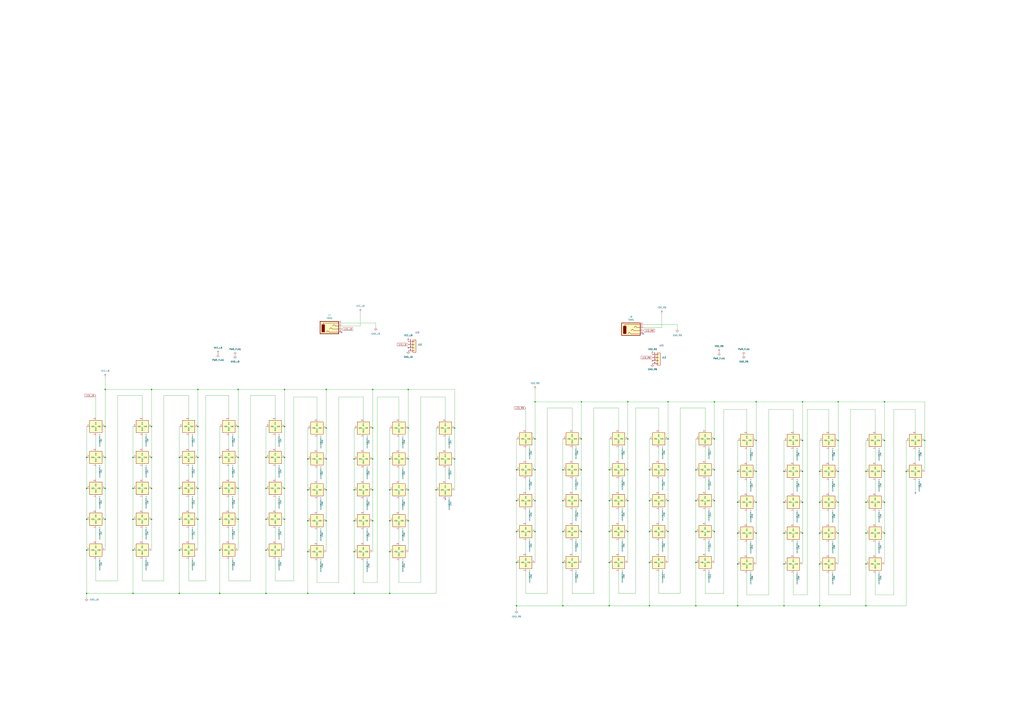
<source format=kicad_sch>
(kicad_sch (version 20250114) (generator "eeschema") (generator_version "9.0")
  (paper "A1")
  (text "LED" (at 543.1926 284.1962 0) (effects (font (size 1.27 1.27))))
  (text "LED" (at 342.646 273.558 0) (effects (font (size 1.27 1.27))))
  (junction (at 477.52 386.08))
  (junction (at 688.34 387.35))
  (junction (at 548.64 411.48))
  (junction (at 643.89 412.75))
  (junction (at 86.36 401.32))
  (junction (at 643.89 387.35))
  (junction (at 147.32 401.32))
  (junction (at 744.22 387.35))
  (junction (at 162.56 401.32))
  (junction (at 586.74 386.08))
  (junction (at 439.42 360.68))
  (junction (at 267.97 320.04))
  (junction (at 424.18 462.28))
  (junction (at 180.34 375.92))
  (junction (at 711.2 463.55))
  (junction (at 643.89 497.84))
  (junction (at 477.52 411.48))
  (junction (at 335.28 320.04))
  (junction (at 71.12 452.12))
  (junction (at 424.18 411.48))
  (junction (at 439.42 386.08))
  (junction (at 605.79 438.15))
  (junction (at 124.46 401.32))
  (junction (at 711.2 412.75))
  (junction (at 726.44 387.35))
  (junction (at 162.56 350.52))
  (junction (at 373.38 351.79))
  (junction (at 688.34 330.2))
  (junction (at 711.2 497.84))
  (junction (at 673.1 412.75))
  (junction (at 500.38 436.88))
  (junction (at 643.89 463.55))
  (junction (at 548.64 436.88))
  (junction (at 109.22 426.72))
  (junction (at 462.28 436.88))
  (junction (at 477.52 360.68))
  (junction (at 195.58 320.04))
  (junction (at 477.52 436.88))
  (junction (at 306.07 402.59))
  (junction (at 306.07 427.99))
  (junction (at 439.42 436.88))
  (junction (at 306.07 377.19))
  (junction (at 533.4 411.48))
  (junction (at 306.07 351.79))
  (junction (at 162.56 320.04))
  (junction (at 711.2 387.35))
  (junction (at 621.03 438.15))
  (junction (at 109.22 375.92))
  (junction (at 218.44 426.72))
  (junction (at 162.56 426.72))
  (junction (at 233.68 350.52))
  (junction (at 688.34 412.75))
  (junction (at 320.04 487.68))
  (junction (at 586.74 360.68))
  (junction (at 233.68 320.04))
  (junction (at 147.32 426.72))
  (junction (at 147.32 452.12))
  (junction (at 252.73 487.68))
  (junction (at 424.18 497.84))
  (junction (at 515.62 411.48))
  (junction (at 533.4 497.84))
  (junction (at 515.62 436.88))
  (junction (at 548.64 360.68))
  (junction (at 659.13 330.2))
  (junction (at 335.28 351.79))
  (junction (at 659.13 387.35))
  (junction (at 233.68 426.72))
  (junction (at 571.5 497.84))
  (junction (at 688.34 361.95))
  (junction (at 688.34 438.15))
  (junction (at 233.68 375.92))
  (junction (at 462.28 411.48))
  (junction (at 515.62 386.08))
  (junction (at 621.03 361.95))
  (junction (at 71.12 375.92))
  (junction (at 147.32 487.68))
  (junction (at 726.44 361.95))
  (junction (at 548.64 386.08))
  (junction (at 571.5 462.28))
  (junction (at 124.46 426.72))
  (junction (at 358.14 377.19))
  (junction (at 726.44 412.75))
  (junction (at 673.1 438.15))
  (junction (at 621.03 412.75))
  (junction (at 571.5 386.08))
  (junction (at 233.68 401.32))
  (junction (at 109.22 487.68))
  (junction (at 424.18 436.88))
  (junction (at 195.58 401.32))
  (junction (at 290.83 453.39))
  (junction (at 320.04 453.39))
  (junction (at 515.62 330.2))
  (junction (at 373.38 377.19))
  (junction (at 109.22 452.12))
  (junction (at 86.36 426.72))
  (junction (at 86.36 320.04))
  (junction (at 439.42 411.48))
  (junction (at 533.4 462.28))
  (junction (at 71.12 487.68))
  (junction (at 147.32 375.92))
  (junction (at 252.73 427.99))
  (junction (at 252.73 453.39))
  (junction (at 586.74 411.48))
  (junction (at 358.14 402.59))
  (junction (at 290.83 402.59))
  (junction (at 477.52 330.2))
  (junction (at 267.97 377.19))
  (junction (at 124.46 320.04))
  (junction (at 124.46 350.52))
  (junction (at 320.04 427.99))
  (junction (at 320.04 402.59))
  (junction (at 218.44 401.32))
  (junction (at 335.28 402.59))
  (junction (at 71.12 426.72))
  (junction (at 290.83 377.19))
  (junction (at 500.38 497.84))
  (junction (at 180.34 426.72))
  (junction (at 267.97 402.59))
  (junction (at 500.38 462.28))
  (junction (at 195.58 426.72))
  (junction (at 548.64 330.2))
  (junction (at 726.44 438.15))
  (junction (at 218.44 375.92))
  (junction (at 71.12 401.32))
  (junction (at 605.79 497.84))
  (junction (at 267.97 427.99))
  (junction (at 659.13 412.75))
  (junction (at 335.28 427.99))
  (junction (at 643.89 438.15))
  (junction (at 605.79 412.75))
  (junction (at 500.38 386.08))
  (junction (at 252.73 402.59))
  (junction (at 571.5 436.88))
  (junction (at 180.34 452.12))
  (junction (at 759.46 361.95))
  (junction (at 109.22 401.32))
  (junction (at 180.34 401.32))
  (junction (at 124.46 375.92))
  (junction (at 335.28 377.19))
  (junction (at 533.4 386.08))
  (junction (at 86.36 375.92))
  (junction (at 605.79 387.35))
  (junction (at 726.44 330.2))
  (junction (at 673.1 387.35))
  (junction (at 252.73 377.19))
  (junction (at 571.5 411.48))
  (junction (at 621.03 387.35))
  (junction (at 218.44 452.12))
  (junction (at 586.74 436.88))
  (junction (at 290.83 427.99))
  (junction (at 462.28 497.84))
  (junction (at 320.04 377.19))
  (junction (at 267.97 351.79))
  (junction (at 673.1 463.55))
  (junction (at 711.2 438.15))
  (junction (at 162.56 375.92))
  (junction (at 462.28 386.08))
  (junction (at 290.83 487.68))
  (junction (at 218.44 487.68))
  (junction (at 515.62 360.68))
  (junction (at 306.07 320.04))
  (junction (at 659.13 361.95))
  (junction (at 500.38 411.48))
  (junction (at 180.34 487.68))
  (junction (at 673.1 497.84))
  (junction (at 86.36 350.52))
  (junction (at 586.74 330.2))
  (junction (at 462.28 462.28))
  (junction (at 605.79 463.55))
  (junction (at 659.13 438.15))
  (junction (at 195.58 375.92))
  (junction (at 439.42 330.2))
  (junction (at 195.58 350.52))
  (junction (at 533.4 436.88))
  (junction (at 424.18 386.08))
  (junction (at 621.03 330.2))
  (no_connect (at 751.84 405.13))
  (no_connect (at 335.28 285.75))
  (no_connect (at 280.67 273.05))
  (no_connect (at 528.32 274.32))
  (no_connect (at 365.76 410.21))
  (no_connect (at 535.8266 296.3882))
  (wire (pts (xy 680.72 488.95) (xy 680.72 471.17)))
  (wire (pts (xy 548.64 330.2) (xy 548.64 360.68)))
  (wire (pts (xy 320.04 351.79) (xy 320.04 377.19)))
  (wire (pts (xy 571.5 386.08) (xy 571.5 411.48)))
  (wire (pts (xy 147.32 375.92) (xy 147.32 401.32)))
  (wire (pts (xy 718.82 336.55) (xy 718.82 354.33)))
  (wire (pts (xy 711.2 497.84) (xy 744.22 497.84)))
  (wire (pts (xy 718.82 488.95) (xy 718.82 471.17)))
  (wire (pts (xy 521.97 487.68) (xy 508 487.68)))
  (wire (pts (xy 290.83 487.68) (xy 252.73 487.68)))
  (wire (pts (xy 541.02 335.28) (xy 541.02 353.06)))
  (wire (pts (xy 726.44 330.2) (xy 726.44 361.95)))
  (wire (pts (xy 698.5 336.55) (xy 698.5 488.95)))
  (wire (pts (xy 424.18 497.84) (xy 424.18 501.65)))
  (wire (pts (xy 469.9 335.28) (xy 469.9 353.06)))
  (wire (pts (xy 556.26 266.7) (xy 556.26 270.51)))
  (wire (pts (xy 439.42 320.04) (xy 439.42 330.2)))
  (wire (pts (xy 86.36 426.72) (xy 86.36 401.32)))
  (wire (pts (xy 439.42 330.2) (xy 439.42 360.68)))
  (wire (pts (xy 233.68 320.04) (xy 267.97 320.04)))
  (wire (pts (xy 71.12 452.12) (xy 71.12 487.68)))
  (wire (pts (xy 673.1 387.35) (xy 673.1 412.75)))
  (wire (pts (xy 309.88 478.79) (xy 298.45 478.79)))
  (wire (pts (xy 335.28 453.39) (xy 335.28 427.99)))
  (wire (pts (xy 477.52 462.28) (xy 477.52 436.88)))
  (wire (pts (xy 124.46 426.72) (xy 124.46 401.32)))
  (wire (pts (xy 96.52 325.12) (xy 96.52 477.52)))
  (wire (pts (xy 168.91 325.12) (xy 168.91 477.52)))
  (wire (pts (xy 659.13 330.2) (xy 659.13 361.95)))
  (wire (pts (xy 605.79 438.15) (xy 605.79 463.55)))
  (wire (pts (xy 298.45 435.61) (xy 298.45 445.77)))
  (wire (pts (xy 688.34 438.15) (xy 688.34 412.75)))
  (wire (pts (xy 154.94 434.34) (xy 154.94 444.5)))
  (wire (pts (xy 154.94 477.52) (xy 154.94 459.74)))
  (wire (pts (xy 711.2 412.75) (xy 711.2 438.15)))
  (wire (pts (xy 659.13 463.55) (xy 659.13 438.15)))
  (wire (pts (xy 109.22 375.92) (xy 109.22 401.32)))
  (wire (pts (xy 586.74 386.08) (xy 586.74 411.48)))
  (wire (pts (xy 541.02 393.7) (xy 541.02 403.86)))
  (wire (pts (xy 124.46 452.12) (xy 124.46 426.72)))
  (wire (pts (xy 586.74 462.28) (xy 586.74 436.88)))
  (wire (pts (xy 439.42 360.68) (xy 439.42 386.08)))
  (wire (pts (xy 726.44 361.95) (xy 726.44 387.35)))
  (wire (pts (xy 96.52 477.52) (xy 78.74 477.52)))
  (wire (pts (xy 187.96 408.94) (xy 187.96 419.1)))
  (wire (pts (xy 365.76 384.81) (xy 365.76 394.97)))
  (wire (pts (xy 260.35 478.79) (xy 278.13 478.79)))
  (wire (pts (xy 726.44 438.15) (xy 726.44 412.75)))
  (wire (pts (xy 643.89 412.75) (xy 643.89 438.15)))
  (wire (pts (xy 759.46 361.95) (xy 759.46 387.35)))
  (wire (pts (xy 298.45 326.39) (xy 278.13 326.39)))
  (wire (pts (xy 613.41 488.95) (xy 631.19 488.95)))
  (wire (pts (xy 154.94 325.12) (xy 154.94 342.9)))
  (wire (pts (xy 508 419.1) (xy 508 429.26)))
  (wire (pts (xy 659.13 438.15) (xy 659.13 412.75)))
  (wire (pts (xy 290.83 377.19) (xy 290.83 402.59)))
  (wire (pts (xy 78.74 325.12) (xy 78.74 342.9)))
  (wire (pts (xy 195.58 375.92) (xy 195.58 401.32)))
  (wire (pts (xy 308.61 265.43) (xy 308.61 269.24)))
  (wire (pts (xy 751.84 394.97) (xy 751.84 405.13)))
  (wire (pts (xy 365.76 359.41) (xy 365.76 369.57)))
  (wire (pts (xy 508 393.7) (xy 508 403.86)))
  (wire (pts (xy 218.44 426.72) (xy 218.44 452.12)))
  (wire (pts (xy 533.4 386.08) (xy 533.4 411.48)))
  (wire (pts (xy 533.4 497.84) (xy 500.38 497.84)))
  (wire (pts (xy 508 487.68) (xy 508 469.9)))
  (wire (pts (xy 711.2 438.15) (xy 711.2 463.55)))
  (wire (pts (xy 168.91 477.52) (xy 154.94 477.52)))
  (wire (pts (xy 218.44 401.32) (xy 218.44 426.72)))
  (wire (pts (xy 373.38 377.19) (xy 373.38 402.59)))
  (wire (pts (xy 680.72 420.37) (xy 680.72 430.53)))
  (wire (pts (xy 500.38 386.08) (xy 500.38 411.48)))
  (wire (pts (xy 449.58 487.68) (xy 431.8 487.68)))
  (wire (pts (xy 594.36 487.68) (xy 579.12 487.68)))
  (wire (pts (xy 306.07 320.04) (xy 306.07 351.79)))
  (wire (pts (xy 469.9 368.3) (xy 469.9 378.46)))
  (wire (pts (xy 116.84 477.52) (xy 116.84 459.74)))
  (wire (pts (xy 718.82 369.57) (xy 718.82 379.73)))
  (wire (pts (xy 260.35 410.21) (xy 260.35 420.37)))
  (wire (pts (xy 613.41 445.77) (xy 613.41 455.93)))
  (wire (pts (xy 571.5 497.84) (xy 533.4 497.84)))
  (wire (pts (xy 586.74 330.2) (xy 586.74 360.68)))
  (wire (pts (xy 195.58 452.12) (xy 195.58 426.72)))
  (wire (pts (xy 327.66 478.79) (xy 327.66 461.01)))
  (wire (pts (xy 280.67 267.97) (xy 295.91 267.97)))
  (wire (pts (xy 306.07 427.99) (xy 306.07 402.59)))
  (wire (pts (xy 335.28 377.19) (xy 335.28 402.59)))
  (wire (pts (xy 373.38 351.79) (xy 373.38 377.19)))
  (wire (pts (xy 508 368.3) (xy 508 378.46)))
  (wire (pts (xy 533.4 360.68) (xy 533.4 386.08)))
  (wire (pts (xy 541.02 368.3) (xy 541.02 378.46)))
  (wire (pts (xy 86.36 350.52) (xy 86.36 375.92)))
  (wire (pts (xy 116.84 477.52) (xy 134.62 477.52)))
  (wire (pts (xy 365.76 326.39) (xy 345.44 326.39)))
  (wire (pts (xy 680.72 445.77) (xy 680.72 455.93)))
  (wire (pts (xy 579.12 335.28) (xy 579.12 353.06)))
  (wire (pts (xy 309.88 326.39) (xy 309.88 478.79)))
  (wire (pts (xy 358.14 377.19) (xy 358.14 402.59)))
  (wire (pts (xy 86.36 452.12) (xy 86.36 426.72)))
  (wire (pts (xy 124.46 350.52) (xy 124.46 375.92)))
  (wire (pts (xy 306.07 453.39) (xy 306.07 427.99)))
  (wire (pts (xy 327.66 326.39) (xy 309.88 326.39)))
  (wire (pts (xy 673.1 438.15) (xy 673.1 463.55)))
  (wire (pts (xy 226.06 325.12) (xy 226.06 342.9)))
  (wire (pts (xy 673.1 412.75) (xy 673.1 438.15)))
  (wire (pts (xy 320.04 377.19) (xy 320.04 402.59)))
  (wire (pts (xy 734.06 336.55) (xy 734.06 488.95)))
  (wire (pts (xy 586.74 360.68) (xy 586.74 386.08)))
  (wire (pts (xy 680.72 336.55) (xy 662.94 336.55)))
  (wire (pts (xy 726.44 463.55) (xy 726.44 438.15)))
  (wire (pts (xy 541.02 419.1) (xy 541.02 429.26)))
  (wire (pts (xy 500.38 497.84) (xy 462.28 497.84)))
  (wire (pts (xy 477.52 386.08) (xy 477.52 411.48)))
  (wire (pts (xy 109.22 487.68) (xy 71.12 487.68)))
  (wire (pts (xy 571.5 360.68) (xy 571.5 386.08)))
  (wire (pts (xy 528.32 269.24) (xy 543.56 269.24)))
  (wire (pts (xy 327.66 326.39) (xy 327.66 344.17)))
  (wire (pts (xy 651.51 336.55) (xy 631.19 336.55)))
  (wire (pts (xy 579.12 393.7) (xy 579.12 403.86)))
  (wire (pts (xy 680.72 336.55) (xy 680.72 354.33)))
  (wire (pts (xy 116.84 325.12) (xy 116.84 342.9)))
  (wire (pts (xy 500.38 360.68) (xy 500.38 386.08)))
  (wire (pts (xy 180.34 375.92) (xy 180.34 401.32)))
  (wire (pts (xy 260.35 359.41) (xy 260.35 369.57)))
  (wire (pts (xy 469.9 487.68) (xy 487.68 487.68)))
  (wire (pts (xy 659.13 361.95) (xy 659.13 387.35)))
  (wire (pts (xy 594.36 336.55) (xy 594.36 487.68)))
  (wire (pts (xy 252.73 351.79) (xy 252.73 377.19)))
  (wire (pts (xy 187.96 383.54) (xy 187.96 393.7)))
  (wire (pts (xy 462.28 436.88) (xy 462.28 462.28)))
  (wire (pts (xy 233.68 350.52) (xy 233.68 375.92)))
  (wire (pts (xy 439.42 462.28) (xy 439.42 436.88)))
  (wire (pts (xy 673.1 463.55) (xy 673.1 497.84)))
  (wire (pts (xy 252.73 402.59) (xy 252.73 427.99)))
  (wire (pts (xy 71.12 487.68) (xy 71.12 491.49)))
  (wire (pts (xy 680.72 488.95) (xy 698.5 488.95)))
  (wire (pts (xy 71.12 350.52) (xy 71.12 375.92)))
  (wire (pts (xy 252.73 427.99) (xy 252.73 453.39)))
  (wire (pts (xy 358.14 351.79) (xy 358.14 377.19)))
  (wire (pts (xy 195.58 350.52) (xy 195.58 375.92)))
  (wire (pts (xy 162.56 320.04) (xy 124.46 320.04)))
  (wire (pts (xy 726.44 330.2) (xy 759.46 330.2)))
  (wire (pts (xy 298.45 478.79) (xy 298.45 461.01)))
  (wire (pts (xy 579.12 487.68) (xy 579.12 469.9)))
  (wire (pts (xy 726.44 387.35) (xy 726.44 412.75)))
  (wire (pts (xy 278.13 326.39) (xy 278.13 478.79)))
  (wire (pts (xy 195.58 320.04) (xy 195.58 350.52)))
  (wire (pts (xy 290.83 402.59) (xy 290.83 427.99)))
  (wire (pts (xy 651.51 394.97) (xy 651.51 405.13)))
  (wire (pts (xy 298.45 410.21) (xy 298.45 420.37)))
  (wire (pts (xy 431.8 444.5) (xy 431.8 454.66)))
  (wire (pts (xy 543.56 257.81) (xy 543.56 269.24)))
  (wire (pts (xy 205.74 325.12) (xy 205.74 477.52)))
  (wire (pts (xy 267.97 320.04) (xy 267.97 351.79)))
  (wire (pts (xy 147.32 426.72) (xy 147.32 452.12)))
  (wire (pts (xy 71.12 426.72) (xy 71.12 452.12)))
  (wire (pts (xy 515.62 330.2) (xy 477.52 330.2)))
  (wire (pts (xy 71.12 375.92) (xy 71.12 401.32)))
  (wire (pts (xy 320.04 402.59) (xy 320.04 427.99)))
  (wire (pts (xy 759.46 330.2) (xy 759.46 361.95)))
  (wire (pts (xy 500.38 462.28) (xy 500.38 497.84)))
  (wire (pts (xy 651.51 336.55) (xy 651.51 354.33)))
  (wire (pts (xy 195.58 426.72) (xy 195.58 401.32)))
  (wire (pts (xy 187.96 477.52) (xy 187.96 459.74)))
  (wire (pts (xy 424.18 411.48) (xy 424.18 436.88)))
  (wire (pts (xy 327.66 359.41) (xy 327.66 369.57)))
  (wire (pts (xy 358.14 487.68) (xy 320.04 487.68)))
  (wire (pts (xy 613.41 369.57) (xy 613.41 379.73)))
  (wire (pts (xy 439.42 436.88) (xy 439.42 411.48)))
  (wire (pts (xy 78.74 408.94) (xy 78.74 419.1)))
  (wire (pts (xy 187.96 325.12) (xy 168.91 325.12)))
  (wire (pts (xy 180.34 426.72) (xy 180.34 452.12)))
  (wire (pts (xy 469.9 419.1) (xy 469.9 429.26)))
  (wire (pts (xy 327.66 478.79) (xy 345.44 478.79)))
  (wire (pts (xy 147.32 350.52) (xy 147.32 375.92)))
  (wire (pts (xy 195.58 320.04) (xy 233.68 320.04)))
  (wire (pts (xy 252.73 377.19) (xy 252.73 402.59)))
  (wire (pts (xy 586.74 436.88) (xy 586.74 411.48)))
  (wire (pts (xy 345.44 326.39) (xy 345.44 478.79)))
  (wire (pts (xy 469.9 444.5) (xy 469.9 454.66)))
  (wire (pts (xy 109.22 452.12) (xy 109.22 487.68)))
  (wire (pts (xy 469.9 335.28) (xy 449.58 335.28)))
  (wire (pts (xy 651.51 369.57) (xy 651.51 379.73)))
  (wire (pts (xy 306.07 320.04) (xy 335.28 320.04)))
  (wire (pts (xy 477.52 436.88) (xy 477.52 411.48)))
  (wire (pts (xy 521.97 335.28) (xy 521.97 487.68)))
  (wire (pts (xy 605.79 361.95) (xy 605.79 387.35)))
  (wire (pts (xy 290.83 427.99) (xy 290.83 453.39)))
  (wire (pts (xy 180.34 401.32) (xy 180.34 426.72)))
  (wire (pts (xy 579.12 444.5) (xy 579.12 454.66)))
  (wire (pts (xy 233.68 426.72) (xy 233.68 401.32)))
  (wire (pts (xy 515.62 330.2) (xy 515.62 360.68)))
  (wire (pts (xy 515.62 462.28) (xy 515.62 436.88)))
  (wire (pts (xy 154.94 325.12) (xy 134.62 325.12)))
  (wire (pts (xy 116.84 358.14) (xy 116.84 368.3)))
  (wire (pts (xy 424.18 436.88) (xy 424.18 462.28)))
  (wire (pts (xy 116.84 325.12) (xy 96.52 325.12)))
  (wire (pts (xy 621.03 438.15) (xy 621.03 412.75)))
  (wire (pts (xy 233.68 320.04) (xy 233.68 350.52)))
  (wire (pts (xy 147.32 452.12) (xy 147.32 487.68)))
  (wire (pts (xy 688.34 387.35) (xy 688.34 412.75)))
  (wire (pts (xy 431.8 419.1) (xy 431.8 429.26)))
  (wire (pts (xy 462.28 386.08) (xy 462.28 411.48)))
  (wire (pts (xy 187.96 325.12) (xy 187.96 342.9)))
  (wire (pts (xy 613.41 336.55) (xy 613.41 354.33)))
  (wire (pts (xy 86.36 320.04) (xy 86.36 350.52)))
  (wire (pts (xy 515.62 330.2) (xy 548.64 330.2)))
  (wire (pts (xy 109.22 350.52) (xy 109.22 375.92)))
  (wire (pts (xy 327.66 384.81) (xy 327.66 394.97)))
  (wire (pts (xy 571.5 462.28) (xy 571.5 497.84)))
  (wire (pts (xy 449.58 335.28) (xy 449.58 487.68)))
  (wire (pts (xy 688.34 330.2) (xy 726.44 330.2)))
  (wire (pts (xy 469.9 393.7) (xy 469.9 403.86)))
  (wire (pts (xy 621.03 330.2) (xy 621.03 361.95)))
  (wire (pts (xy 218.44 487.68) (xy 180.34 487.68)))
  (wire (pts (xy 462.28 411.48) (xy 462.28 436.88)))
  (wire (pts (xy 162.56 320.04) (xy 195.58 320.04)))
  (wire (pts (xy 431.8 368.3) (xy 431.8 378.46)))
  (wire (pts (xy 424.18 462.28) (xy 424.18 497.84)))
  (wire (pts (xy 218.44 350.52) (xy 218.44 375.92)))
  (wire (pts (xy 571.5 436.88) (xy 571.5 462.28)))
  (wire (pts (xy 515.62 386.08) (xy 515.62 411.48)))
  (wire (pts (xy 116.84 383.54) (xy 116.84 393.7)))
  (wire (pts (xy 744.22 387.35) (xy 744.22 497.84)))
  (wire (pts (xy 688.34 463.55) (xy 688.34 438.15)))
  (wire (pts (xy 500.38 411.48) (xy 500.38 436.88)))
  (wire (pts (xy 515.62 436.88) (xy 515.62 411.48)))
  (wire (pts (xy 226.06 477.52) (xy 226.06 459.74)))
  (wire (pts (xy 320.04 487.68) (xy 290.83 487.68)))
  (wire (pts (xy 744.22 361.95) (xy 744.22 387.35)))
  (wire (pts (xy 586.74 330.2) (xy 621.03 330.2)))
  (wire (pts (xy 718.82 420.37) (xy 718.82 430.53)))
  (wire (pts (xy 477.52 330.2) (xy 477.52 360.68)))
  (wire (pts (xy 643.89 387.35) (xy 643.89 412.75)))
  (wire (pts (xy 541.02 444.5) (xy 541.02 454.66)))
  (wire (pts (xy 718.82 336.55) (xy 698.5 336.55)))
  (wire (pts (xy 751.84 369.57) (xy 751.84 379.73)))
  (wire (pts (xy 78.74 358.14) (xy 78.74 368.3)))
  (wire (pts (xy 109.22 426.72) (xy 109.22 452.12)))
  (wire (pts (xy 541.02 487.68) (xy 541.02 469.9)))
  (wire (pts (xy 533.4 436.88) (xy 533.4 462.28)))
  (wire (pts (xy 335.28 351.79) (xy 335.28 377.19)))
  (wire (pts (xy 528.32 266.7) (xy 556.26 266.7)))
  (wire (pts (xy 711.2 497.84) (xy 673.1 497.84)))
  (wire (pts (xy 558.8 335.28) (xy 558.8 487.68)))
  (wire (pts (xy 508 335.28) (xy 508 353.06)))
  (wire (pts (xy 439.42 386.08) (xy 439.42 411.48)))
  (wire (pts (xy 680.72 394.97) (xy 680.72 405.13)))
  (wire (pts (xy 533.4 411.48) (xy 533.4 436.88)))
  (wire (pts (xy 298.45 326.39) (xy 298.45 344.17)))
  (wire (pts (xy 621.03 361.95) (xy 621.03 387.35)))
  (wire (pts (xy 680.72 369.57) (xy 680.72 379.73)))
  (wire (pts (xy 659.13 387.35) (xy 659.13 412.75)))
  (wire (pts (xy 621.03 387.35) (xy 621.03 412.75)))
  (wire (pts (xy 162.56 320.04) (xy 162.56 350.52)))
  (wire (pts (xy 241.3 326.39) (xy 241.3 477.52)))
  (wire (pts (xy 621.03 463.55) (xy 621.03 438.15)))
  (wire (pts (xy 233.68 452.12) (xy 233.68 426.72)))
  (wire (pts (xy 180.34 350.52) (xy 180.34 375.92)))
  (wire (pts (xy 508 335.28) (xy 487.68 335.28)))
  (wire (pts (xy 78.74 434.34) (xy 78.74 444.5)))
  (wire (pts (xy 548.64 386.08) (xy 548.64 411.48)))
  (wire (pts (xy 226.06 408.94) (xy 226.06 419.1)))
  (wire (pts (xy 662.94 336.55) (xy 662.94 488.95)))
  (wire (pts (xy 109.22 401.32) (xy 109.22 426.72)))
  (wire (pts (xy 718.82 488.95) (xy 734.06 488.95)))
  (wire (pts (xy 147.32 487.68) (xy 109.22 487.68)))
  (wire (pts (xy 226.06 325.12) (xy 205.74 325.12)))
  (wire (pts (xy 605.79 387.35) (xy 605.79 412.75)))
  (wire (pts (xy 515.62 360.68) (xy 515.62 386.08)))
  (wire (pts (xy 306.07 351.79) (xy 306.07 377.19)))
  (wire (pts (xy 548.64 330.2) (xy 586.74 330.2)))
  (wire (pts (xy 226.06 434.34) (xy 226.06 444.5)))
  (wire (pts (xy 267.97 427.99) (xy 267.97 402.59)))
  (wire (pts (xy 613.41 336.55) (xy 594.36 336.55)))
  (wire (pts (xy 298.45 359.41) (xy 298.45 369.57)))
  (wire (pts (xy 162.56 350.52) (xy 162.56 375.92)))
  (wire (pts (xy 462.28 462.28) (xy 462.28 497.84)))
  (wire (pts (xy 241.3 477.52) (xy 226.06 477.52)))
  (wire (pts (xy 218.44 452.12) (xy 218.44 487.68)))
  (wire (pts (xy 180.34 487.68) (xy 147.32 487.68)))
  (wire (pts (xy 124.46 375.92) (xy 124.46 401.32)))
  (wire (pts (xy 335.28 320.04) (xy 335.28 351.79)))
  (wire (pts (xy 233.68 375.92) (xy 233.68 401.32)))
  (wire (pts (xy 78.74 383.54) (xy 78.74 393.7)))
  (wire (pts (xy 751.84 336.55) (xy 734.06 336.55)))
  (wire (pts (xy 306.07 377.19) (xy 306.07 402.59)))
  (wire (pts (xy 298.45 384.81) (xy 298.45 394.97)))
  (wire (pts (xy 631.19 336.55) (xy 631.19 488.95)))
  (wire (pts (xy 218.44 375.92) (xy 218.44 401.32)))
  (wire (pts (xy 751.84 336.55) (xy 751.84 354.33)))
  (wire (pts (xy 260.35 384.81) (xy 260.35 394.97)))
  (wire (pts (xy 267.97 377.19) (xy 267.97 402.59)))
  (wire (pts (xy 180.34 452.12) (xy 180.34 487.68)))
  (wire (pts (xy 579.12 335.28) (xy 558.8 335.28)))
  (wire (pts (xy 651.51 445.77) (xy 651.51 455.93)))
  (wire (pts (xy 579.12 419.1) (xy 579.12 429.26)))
  (wire (pts (xy 477.52 330.2) (xy 439.42 330.2)))
  (wire (pts (xy 643.89 438.15) (xy 643.89 463.55)))
  (wire (pts (xy 571.5 411.48) (xy 571.5 436.88)))
  (wire (pts (xy 358.14 402.59) (xy 358.14 487.68)))
  (wire (pts (xy 508 444.5) (xy 508 454.66)))
  (wire (pts (xy 548.64 462.28) (xy 548.64 436.88)))
  (wire (pts (xy 462.28 360.68) (xy 462.28 386.08)))
  (wire (pts (xy 154.94 383.54) (xy 154.94 393.7)))
  (wire (pts (xy 605.79 412.75) (xy 605.79 438.15)))
  (wire (pts (xy 327.66 410.21) (xy 327.66 420.37)))
  (wire (pts (xy 226.06 383.54) (xy 226.06 393.7)))
  (wire (pts (xy 621.03 330.2) (xy 659.13 330.2)))
  (wire (pts (xy 260.35 326.39) (xy 241.3 326.39)))
  (wire (pts (xy 477.52 360.68) (xy 477.52 386.08)))
  (wire (pts (xy 252.73 453.39) (xy 252.73 487.68)))
  (wire (pts (xy 335.28 427.99) (xy 335.28 402.59)))
  (wire (pts (xy 365.76 326.39) (xy 365.76 344.17)))
  (wire (pts (xy 651.51 488.95) (xy 651.51 471.17)))
  (wire (pts (xy 187.96 477.52) (xy 205.74 477.52)))
  (wire (pts (xy 711.2 361.95) (xy 711.2 387.35)))
  (wire (pts (xy 187.96 358.14) (xy 187.96 368.3)))
  (wire (pts (xy 162.56 426.72) (xy 162.56 401.32)))
  (wire (pts (xy 124.46 320.04) (xy 86.36 320.04)))
  (wire (pts (xy 651.51 420.37) (xy 651.51 430.53)))
  (wire (pts (xy 541.02 335.28) (xy 521.97 335.28)))
  (wire (pts (xy 267.97 320.04) (xy 306.07 320.04)))
  (wire (pts (xy 718.82 445.77) (xy 718.82 455.93)))
  (wire (pts (xy 116.84 434.34) (xy 116.84 444.5)))
  (wire (pts (xy 711.2 463.55) (xy 711.2 497.84)))
  (wire (pts (xy 533.4 462.28) (xy 533.4 497.84)))
  (wire (pts (xy 605.79 463.55) (xy 605.79 497.84)))
  (wire (pts (xy 124.46 320.04) (xy 124.46 350.52)))
  (wire (pts (xy 71.12 401.32) (xy 71.12 426.72)))
  (wire (pts (xy 424.18 386.08) (xy 424.18 411.48)))
  (wire (pts (xy 162.56 452.12) (xy 162.56 426.72)))
  (wire (pts (xy 154.94 358.14) (xy 154.94 368.3)))
  (wire (pts (xy 613.41 420.37) (xy 613.41 430.53)))
  (wire (pts (xy 154.94 408.94) (xy 154.94 419.1)))
  (wire (pts (xy 662.94 488.95) (xy 651.51 488.95)))
  (wire (pts (xy 424.18 360.68) (xy 424.18 386.08)))
  (wire (pts (xy 548.64 360.68) (xy 548.64 386.08)))
  (wire (pts (xy 147.32 401.32) (xy 147.32 426.72)))
  (wire (pts (xy 613.41 394.97) (xy 613.41 405.13)))
  (wire (pts (xy 579.12 368.3) (xy 579.12 378.46)))
  (wire (pts (xy 86.36 375.92) (xy 86.36 401.32)))
  (wire (pts (xy 548.64 436.88) (xy 548.64 411.48)))
  (wire (pts (xy 295.91 256.54) (xy 295.91 267.97)))
  (wire (pts (xy 462.28 497.84) (xy 424.18 497.84)))
  (wire (pts (xy 320.04 453.39) (xy 320.04 487.68)))
  (wire (pts (xy 643.89 463.55) (xy 643.89 497.84)))
  (wire (pts (xy 86.36 309.88) (xy 86.36 320.04)))
  (wire (pts (xy 541.02 487.68) (xy 558.8 487.68)))
  (wire (pts (xy 613.41 488.95) (xy 613.41 471.17)))
  (wire (pts (xy 605.79 497.84) (xy 571.5 497.84)))
  (wire (pts (xy 373.38 320.04) (xy 373.38 351.79)))
  (wire (pts (xy 116.84 408.94) (xy 116.84 419.1)))
  (wire (pts (xy 327.66 435.61) (xy 327.66 445.77)))
  (wire (pts (xy 487.68 335.28) (xy 487.68 487.68)))
  (wire (pts (xy 643.89 361.95) (xy 643.89 387.35)))
  (wire (pts (xy 280.67 265.43) (xy 308.61 265.43)))
  (wire (pts (xy 320.04 427.99) (xy 320.04 453.39)))
  (wire (pts (xy 260.35 435.61) (xy 260.35 445.77)))
  (wire (pts (xy 267.97 453.39) (xy 267.97 427.99)))
  (wire (pts (xy 267.97 351.79) (xy 267.97 377.19)))
  (wire (pts (xy 643.89 497.84) (xy 605.79 497.84)))
  (wire (pts (xy 260.35 478.79) (xy 260.35 461.01)))
  (wire (pts (xy 252.73 487.68) (xy 218.44 487.68)))
  (wire (pts (xy 500.38 436.88) (xy 500.38 462.28)))
  (wire (pts (xy 78.74 477.52) (xy 78.74 459.74)))
  (wire (pts (xy 260.35 326.39) (xy 260.35 344.17)))
  (wire (pts (xy 431.8 335.28) (xy 431.8 353.06)))
  (wire (pts (xy 187.96 434.34) (xy 187.96 444.5)))
  (wire (pts (xy 226.06 358.14) (xy 226.06 368.3)))
  (wire (pts (xy 290.83 453.39) (xy 290.83 487.68)))
  (wire (pts (xy 673.1 361.95) (xy 673.1 387.35)))
  (wire (pts (xy 673.1 497.84) (xy 643.89 497.84)))
  (wire (pts (xy 688.34 330.2) (xy 688.34 361.95)))
  (wire (pts (xy 718.82 394.97) (xy 718.82 405.13)))
  (wire (pts (xy 711.2 387.35) (xy 711.2 412.75)))
  (wire (pts (xy 688.34 361.95) (xy 688.34 387.35)))
  (wire (pts (xy 290.83 351.79) (xy 290.83 377.19)))
  (wire (pts (xy 431.8 487.68) (xy 431.8 469.9)))
  (wire (pts (xy 469.9 487.68) (xy 469.9 469.9)))
  (wire (pts (xy 162.56 375.92) (xy 162.56 401.32)))
  (wire (pts (xy 335.28 320.04) (xy 373.38 320.04)))
  (wire (pts (xy 431.8 393.7) (xy 431.8 403.86)))
  (wire (pts (xy 134.62 325.12) (xy 134.62 477.52)))
  (wire (pts (xy 659.13 330.2) (xy 688.34 330.2)))
  (global_label "LED_LB" (shape input) (at 335.28 283.21 180) (property "Intersheetrefs" "${INTERSHEET_REFS}" (effects (hide yes))))
  (global_label "LED_RB" (shape input) (at 535.8266 293.8482 180) (property "Intersheetrefs" "${INTERSHEET_REFS}" (effects (hide yes))))
  (global_label "LED_LB" (shape input) (at 280.67 270.51 0) (property "Intersheetrefs" "${INTERSHEET_REFS}" (effects (hide yes))))
  (global_label "LED_RB" (shape input) (at 528.32 271.78 0) (property "Intersheetrefs" "${INTERSHEET_REFS}" (effects (hide yes))))
  (global_label "LED_LB" (shape input) (at 78.74 325.12 180) (property "Intersheetrefs" "${INTERSHEET_REFS}" (effects (hide yes))))
  (global_label "LED_RB" (shape input) (at 431.8 335.28 180) (property "Intersheetrefs" "${INTERSHEET_REFS}" (effects (hide yes))))
  (symbol (lib_id "power:PWR_FLAG") (at 590.55 289.56 180) (unit 1)
    (property "Reference" "#FLG7" (effects (hide yes)))
    (property "Value" "PWR_FLAG" (at 590.55 294.64 0))
    (property "Description" "Special symbol for telling ERC where power comes from" (effects (hide yes)))
  )
  (symbol (lib_id "Salicylic_kbd:LED_SK6812MINI-E") (at 718.82 438.15 270) (unit 1)
    (property "Reference" "LED94" (at 723.2335 449.58 0) (effects (font (size 0.7366 0.7366))))
    (property "Value" "LED_SK6812MINI-E" (at 721.9635 449.58 0) (effects (font (size 0.7366 0.7366))))
    (property "Footprint" "kbd_Parts:LED_SK6812MINI-E_BL" (effects (hide yes)))
  )
  (symbol (lib_id "power:VCC") (at 439.42 320.04 0) (unit 1)
    (property "Reference" "#PWR39" (effects (hide yes)))
    (property "Value" "VDD_RB" (at 439.42 314.96 0))
    (property "Description" "Power symbol creates a global label with name \"VCC\"" (effects (hide yes)))
  )
  (symbol (lib_id "Salicylic_kbd:LED_SK6812MINI-E") (at 718.82 463.55 270) (unit 1)
    (property "Reference" "LED95" (at 723.2335 474.98 0) (effects (font (size 0.7366 0.7366))))
    (property "Value" "LED_SK6812MINI-E" (at 721.9635 474.98 0) (effects (font (size 0.7366 0.7366))))
    (property "Footprint" "kbd_Parts:LED_SK6812MINI-E_BL" (effects (hide yes)))
  )
  (symbol (lib_id "Salicylic_kbd:LED_SK6812MINI-E") (at 508 411.48 270) (unit 1)
    (property "Reference" "LED63" (at 512.4135 422.91 0) (effects (font (size 0.7366 0.7366))))
    (property "Value" "LED_SK6812MINI-E" (at 511.1435 422.91 0) (effects (font (size 0.7366 0.7366))))
    (property "Footprint" "kbd_Parts:LED_SK6812MINI-E_BL" (effects (hide yes)))
  )
  (symbol (lib_id "Salicylic_kbd:LED_SK6812MINI-E") (at 680.72 438.15 270) (unit 1)
    (property "Reference" "LED89" (at 685.1335 449.58 0) (effects (font (size 0.7366 0.7366))))
    (property "Value" "LED_SK6812MINI-E" (at 683.8635 449.58 0) (effects (font (size 0.7366 0.7366))))
    (property "Footprint" "kbd_Parts:LED_SK6812MINI-E_BL" (effects (hide yes)))
  )
  (symbol (lib_id "Salicylic_kbd:LED_SK6812MINI-E") (at 541.02 411.48 270) (unit 1)
    (property "Reference" "LED68" (at 545.4335 422.91 0) (effects (font (size 0.7366 0.7366))))
    (property "Value" "LED_SK6812MINI-E" (at 544.1635 422.91 0) (effects (font (size 0.7366 0.7366))))
    (property "Footprint" "kbd_Parts:LED_SK6812MINI-E_BL" (effects (hide yes)))
  )
  (symbol (lib_id "Salicylic_kbd:LED_SK6812MINI-E") (at 613.41 387.35 270) (unit 1)
    (property "Reference" "LED77" (at 617.8235 398.78 0) (effects (font (size 0.7366 0.7366))))
    (property "Value" "LED_SK6812MINI-E" (at 616.5535 398.78 0) (effects (font (size 0.7366 0.7366))))
    (property "Footprint" "kbd_Parts:LED_SK6812MINI-E_BL" (effects (hide yes)))
  )
  (symbol (lib_id "Salicylic_kbd:LED_SK6812MINI-E") (at 78.74 375.92 270) (unit 1)
    (property "Reference" "LED2" (at 83.1535 387.35 0) (effects (font (size 0.7366 0.7366))))
    (property "Value" "LED_SK6812MINI-E" (at 81.8835 387.35 0) (effects (font (size 0.7366 0.7366))))
    (property "Footprint" "kbd_Parts:LED_SK6812MINI-E_BL" (effects (hide yes)))
  )
  (symbol (lib_id "Salicylic_kbd:LED_SK6812MINI-E") (at 431.8 462.28 270) (unit 1)
    (property "Reference" "LED55" (at 436.2135 473.71 0) (effects (font (size 0.7366 0.7366))))
    (property "Value" "LED_SK6812MINI-E" (at 434.9435 473.71 0) (effects (font (size 0.7366 0.7366))))
    (property "Footprint" "kbd_Parts:LED_SK6812MINI-E_BL" (effects (hide yes)))
  )
  (symbol (lib_id "Salicylic_kbd:LED_SK6812MINI-E") (at 718.82 361.95 270) (unit 1)
    (property "Reference" "LED91" (at 723.2335 373.38 0) (effects (font (size 0.7366 0.7366))))
    (property "Value" "LED_SK6812MINI-E" (at 721.9635 373.38 0) (effects (font (size 0.7366 0.7366))))
    (property "Footprint" "kbd_Parts:LED_SK6812MINI-E_BL" (effects (hide yes)))
  )
  (symbol (lib_id "Salicylic_kbd:LED_SK6812MINI-E") (at 187.96 401.32 270) (unit 1)
    (property "Reference" "LED18" (at 192.3735 412.75 0) (effects (font (size 0.7366 0.7366))))
    (property "Value" "LED_SK6812MINI-E" (at 191.1035 412.75 0) (effects (font (size 0.7366 0.7366))))
    (property "Footprint" "kbd_Parts:LED_SK6812MINI-E_BL" (effects (hide yes)))
  )
  (symbol (lib_id "Salicylic_kbd:LED_SK6812MINI-E") (at 78.74 426.72 270) (unit 1)
    (property "Reference" "LED4" (at 83.1535 438.15 0) (effects (font (size 0.7366 0.7366))))
    (property "Value" "LED_SK6812MINI-E" (at 81.8835 438.15 0) (effects (font (size 0.7366 0.7366))))
    (property "Footprint" "kbd_Parts:LED_SK6812MINI-E_BL" (effects (hide yes)))
  )
  (symbol (lib_id "Salicylic_kbd:LED_SK6812MINI-E") (at 116.84 452.12 270) (unit 1)
    (property "Reference" "LED10" (at 121.2535 463.55 0) (effects (font (size 0.7366 0.7366))))
    (property "Value" "LED_SK6812MINI-E" (at 119.9835 463.55 0) (effects (font (size 0.7366 0.7366))))
    (property "Footprint" "kbd_Parts:LED_SK6812MINI-E_BL" (effects (hide yes)))
  )
  (symbol (lib_id "Salicylic_kbd:LED_SK6812MINI-E") (at 226.06 401.32 270) (unit 1)
    (property "Reference" "LED23" (at 230.4735 412.75 0) (effects (font (size 0.7366 0.7366))))
    (property "Value" "LED_SK6812MINI-E" (at 229.2035 412.75 0) (effects (font (size 0.7366 0.7366))))
    (property "Footprint" "kbd_Parts:LED_SK6812MINI-E_BL" (effects (hide yes)))
  )
  (symbol (lib_id "Salicylic_kbd:LED_SK6812MINI-E") (at 613.41 361.95 270) (unit 1)
    (property "Reference" "LED76" (at 617.8235 373.38 0) (effects (font (size 0.7366 0.7366))))
    (property "Value" "LED_SK6812MINI-E" (at 616.5535 373.38 0) (effects (font (size 0.7366 0.7366))))
    (property "Footprint" "kbd_Parts:LED_SK6812MINI-E_BL" (effects (hide yes)))
  )
  (symbol (lib_id "Salicylic_kbd:LED_SK6812MINI-E") (at 431.8 411.48 270) (unit 1)
    (property "Reference" "LED53" (at 436.2135 422.91 0) (effects (font (size 0.7366 0.7366))))
    (property "Value" "LED_SK6812MINI-E" (at 434.9435 422.91 0) (effects (font (size 0.7366 0.7366))))
    (property "Footprint" "kbd_Parts:LED_SK6812MINI-E_BL" (effects (hide yes)))
  )
  (symbol (lib_id "BrownSugar_KBD:TRRS") (at 518.16 270.51 0) (unit 1)
    (property "Reference" "J9" (at 518.16 260.35 0))
    (property "Value" "TRRS" (at 518.16 262.89 0))
    (property "Footprint" "BrownSugar_KBD:TRRS_PJ-320A" (effects (hide yes)))
  )
  (symbol (lib_id "Salicylic_kbd:LED_SK6812MINI-E") (at 116.84 350.52 270) (unit 1)
    (property "Reference" "LED6" (at 121.2535 361.95 0) (effects (font (size 0.7366 0.7366))))
    (property "Value" "LED_SK6812MINI-E" (at 119.9835 361.95 0) (effects (font (size 0.7366 0.7366))))
    (property "Footprint" "kbd_Parts:LED_SK6812MINI-E_BL" (effects (hide yes)))
  )
  (symbol (lib_id "Salicylic_kbd:LED_SK6812MINI-E") (at 327.66 377.19 270) (unit 1)
    (property "Reference" "LED37" (at 332.0735 388.62 0) (effects (font (size 0.7366 0.7366))))
    (property "Value" "LED_SK6812MINI-E" (at 330.8035 388.62 0) (effects (font (size 0.7366 0.7366))))
    (property "Footprint" "kbd_Parts:LED_SK6812MINI-E_BL" (effects (hide yes)))
  )
  (symbol (lib_id "Salicylic_kbd:LED_SK6812MINI-E") (at 260.35 377.19 270) (unit 1)
    (property "Reference" "LED27" (at 264.7635 388.62 0) (effects (font (size 0.7366 0.7366))))
    (property "Value" "LED_SK6812MINI-E" (at 263.4935 388.62 0) (effects (font (size 0.7366 0.7366))))
    (property "Footprint" "kbd_Parts:LED_SK6812MINI-E_BL" (effects (hide yes)))
  )
  (symbol (lib_id "Salicylic_kbd:LED_SK6812MINI-E") (at 751.84 387.35 270) (unit 1)
    (property "Reference" "LED97" (at 756.2535 398.78 0) (effects (font (size 0.7366 0.7366))))
    (property "Value" "LED_SK6812MINI-E" (at 754.9835 398.78 0) (effects (font (size 0.7366 0.7366))))
    (property "Footprint" "kbd_Parts:LED_SK6812MINI-E_BL" (effects (hide yes)))
  )
  (symbol (lib_id "Connector_Generic:Conn_01x04") (at 540.9066 293.8482 0) (unit 1)
    (property "Reference" "J13" (at 543.4466 293.8481 0) (effects (justify left)))
    (property "Value" "Conn_01x04" (effects (hide yes)))
    (property "Footprint" "Connector_PinHeader_2.54mm:PinHeader_1x04_P2.54mm_Horizontal" (effects (hide yes)))
    (property "Description" "Generic connector, single row, 01x04, script generated (kicad-library-utils/schlib/autogen/connector/)" (effects (hide yes)))
  )
  (symbol (lib_id "Salicylic_kbd:LED_SK6812MINI-E") (at 469.9 411.48 270) (unit 1)
    (property "Reference" "LED58" (at 474.3135 422.91 0) (effects (font (size 0.7366 0.7366))))
    (property "Value" "LED_SK6812MINI-E" (at 473.0435 422.91 0) (effects (font (size 0.7366 0.7366))))
    (property "Footprint" "kbd_Parts:LED_SK6812MINI-E_BL" (effects (hide yes)))
  )
  (symbol (lib_id "Salicylic_kbd:LED_SK6812MINI-E") (at 154.94 401.32 270) (unit 1)
    (property "Reference" "LED13" (at 159.3535 412.75 0) (effects (font (size 0.7366 0.7366))))
    (property "Value" "LED_SK6812MINI-E" (at 158.0835 412.75 0) (effects (font (size 0.7366 0.7366))))
    (property "Footprint" "kbd_Parts:LED_SK6812MINI-E_BL" (effects (hide yes)))
  )
  (symbol (lib_id "power:VCC") (at 295.91 256.54 0) (unit 1)
    (property "Reference" "#PWR30" (effects (hide yes)))
    (property "Value" "VCC_LB" (at 295.91 251.46 0))
    (property "Description" "Power symbol creates a global label with name \"VCC\"" (effects (hide yes)))
  )
  (symbol (lib_id "power:GND1") (at 424.18 501.65 0) (unit 1)
    (property "Reference" "#PWR38" (effects (hide yes)))
    (property "Value" "GND_RB" (at 424.18 506.73 0))
    (property "Description" "Power symbol creates a global label with name \"GND1\" , ground" (effects (hide yes)))
  )
  (symbol (lib_id "power:VCC") (at 335.28 280.67 0) (unit 1)
    (property "Reference" "#PWR48" (effects (hide yes)))
    (property "Value" "VCC_LB" (at 335.28 275.59 0))
    (property "Description" "Power symbol creates a global label with name \"VCC\"" (effects (hide yes)))
  )
  (symbol (lib_id "Salicylic_kbd:LED_SK6812MINI-E") (at 751.84 361.95 270) (unit 1)
    (property "Reference" "LED96" (at 756.2535 373.38 0) (effects (font (size 0.7366 0.7366))))
    (property "Value" "LED_SK6812MINI-E" (at 754.9835 373.38 0) (effects (font (size 0.7366 0.7366))))
    (property "Footprint" "kbd_Parts:LED_SK6812MINI-E_BL" (effects (hide yes)))
  )
  (symbol (lib_id "Salicylic_kbd:LED_SK6812MINI-E") (at 187.96 375.92 270) (unit 1)
    (property "Reference" "LED17" (at 192.3735 387.35 0) (effects (font (size 0.7366 0.7366))))
    (property "Value" "LED_SK6812MINI-E" (at 191.1035 387.35 0) (effects (font (size 0.7366 0.7366))))
    (property "Footprint" "kbd_Parts:LED_SK6812MINI-E_BL" (effects (hide yes)))
  )
  (symbol (lib_id "Salicylic_kbd:LED_SK6812MINI-E") (at 187.96 426.72 270) (unit 1)
    (property "Reference" "LED19" (at 192.3735 438.15 0) (effects (font (size 0.7366 0.7366))))
    (property "Value" "LED_SK6812MINI-E" (at 191.1035 438.15 0) (effects (font (size 0.7366 0.7366))))
    (property "Footprint" "kbd_Parts:LED_SK6812MINI-E_BL" (effects (hide yes)))
  )
  (symbol (lib_id "Salicylic_kbd:LED_SK6812MINI-E") (at 508 360.68 270) (unit 1)
    (property "Reference" "LED61" (at 512.4135 372.11 0) (effects (font (size 0.7366 0.7366))))
    (property "Value" "LED_SK6812MINI-E" (at 511.1435 372.11 0) (effects (font (size 0.7366 0.7366))))
    (property "Footprint" "kbd_Parts:LED_SK6812MINI-E_BL" (effects (hide yes)))
  )
  (symbol (lib_id "power:VCC") (at 543.56 257.81 0) (unit 1)
    (property "Reference" "#PWR36" (effects (hide yes)))
    (property "Value" "VDD_RB" (at 543.56 252.73 0))
    (property "Description" "Power symbol creates a global label with name \"VCC\"" (effects (hide yes)))
  )
  (symbol (lib_id "Salicylic_kbd:LED_SK6812MINI-E") (at 651.51 412.75 270) (unit 1)
    (property "Reference" "LED83" (at 655.9235 424.18 0) (effects (font (size 0.7366 0.7366))))
    (property "Value" "LED_SK6812MINI-E" (at 654.6535 424.18 0) (effects (font (size 0.7366 0.7366))))
    (property "Footprint" "kbd_Parts:LED_SK6812MINI-E_BL" (effects (hide yes)))
  )
  (symbol (lib_id "Salicylic_kbd:LED_SK6812MINI-E") (at 651.51 387.35 270) (unit 1)
    (property "Reference" "LED82" (at 655.9235 398.78 0) (effects (font (size 0.7366 0.7366))))
    (property "Value" "LED_SK6812MINI-E" (at 654.6535 398.78 0) (effects (font (size 0.7366 0.7366))))
    (property "Footprint" "kbd_Parts:LED_SK6812MINI-E_BL" (effects (hide yes)))
  )
  (symbol (lib_id "Salicylic_kbd:LED_SK6812MINI-E") (at 579.12 411.48 270) (unit 1)
    (property "Reference" "LED73" (at 583.5335 422.91 0) (effects (font (size 0.7366 0.7366))))
    (property "Value" "LED_SK6812MINI-E" (at 582.2635 422.91 0) (effects (font (size 0.7366 0.7366))))
    (property "Footprint" "kbd_Parts:LED_SK6812MINI-E_BL" (effects (hide yes)))
  )
  (symbol (lib_id "Salicylic_kbd:LED_SK6812MINI-E") (at 187.96 452.12 270) (unit 1)
    (property "Reference" "LED20" (at 192.3735 463.55 0) (effects (font (size 0.7366 0.7366))))
    (property "Value" "LED_SK6812MINI-E" (at 191.1035 463.55 0) (effects (font (size 0.7366 0.7366))))
    (property "Footprint" "kbd_Parts:LED_SK6812MINI-E_BL" (effects (hide yes)))
  )
  (symbol (lib_id "Salicylic_kbd:LED_SK6812MINI-E") (at 431.8 360.68 270) (unit 1)
    (property "Reference" "LED51" (at 436.2135 372.11 0) (effects (font (size 0.7366 0.7366))))
    (property "Value" "LED_SK6812MINI-E" (at 434.9435 372.11 0) (effects (font (size 0.7366 0.7366))))
    (property "Footprint" "kbd_Parts:LED_SK6812MINI-E_BL" (effects (hide yes)))
  )
  (symbol (lib_id "Salicylic_kbd:LED_SK6812MINI-E") (at 508 462.28 270) (unit 1)
    (property "Reference" "LED65" (at 512.4135 473.71 0) (effects (font (size 0.7366 0.7366))))
    (property "Value" "LED_SK6812MINI-E" (at 511.1435 473.71 0) (effects (font (size 0.7366 0.7366))))
    (property "Footprint" "kbd_Parts:LED_SK6812MINI-E_BL" (effects (hide yes)))
  )
  (symbol (lib_id "Salicylic_kbd:LED_SK6812MINI-E") (at 116.84 375.92 270) (unit 1)
    (property "Reference" "LED7" (at 121.2535 387.35 0) (effects (font (size 0.7366 0.7366))))
    (property "Value" "LED_SK6812MINI-E" (at 119.9835 387.35 0) (effects (font (size 0.7366 0.7366))))
    (property "Footprint" "kbd_Parts:LED_SK6812MINI-E_BL" (effects (hide yes)))
  )
  (symbol (lib_id "Salicylic_kbd:LED_SK6812MINI-E") (at 579.12 360.68 270) (unit 1)
    (property "Reference" "LED71" (at 583.5335 372.11 0) (effects (font (size 0.7366 0.7366))))
    (property "Value" "LED_SK6812MINI-E" (at 582.2635 372.11 0) (effects (font (size 0.7366 0.7366))))
    (property "Footprint" "kbd_Parts:LED_SK6812MINI-E_BL" (effects (hide yes)))
  )
  (symbol (lib_id "Salicylic_kbd:LED_SK6812MINI-E") (at 613.41 412.75 270) (unit 1)
    (property "Reference" "LED78" (at 617.8235 424.18 0) (effects (font (size 0.7366 0.7366))))
    (property "Value" "LED_SK6812MINI-E" (at 616.5535 424.18 0) (effects (font (size 0.7366 0.7366))))
    (property "Footprint" "kbd_Parts:LED_SK6812MINI-E_BL" (effects (hide yes)))
  )
  (symbol (lib_id "Salicylic_kbd:LED_SK6812MINI-E") (at 469.9 360.68 270) (unit 1)
    (property "Reference" "LED56" (at 474.3135 372.11 0) (effects (font (size 0.7366 0.7366))))
    (property "Value" "LED_SK6812MINI-E" (at 473.0435 372.11 0) (effects (font (size 0.7366 0.7366))))
    (property "Footprint" "kbd_Parts:LED_SK6812MINI-E_BL" (effects (hide yes)))
  )
  (symbol (lib_id "Salicylic_kbd:LED_SK6812MINI-E") (at 298.45 402.59 270) (unit 1)
    (property "Reference" "LED33" (at 302.8635 414.02 0) (effects (font (size 0.7366 0.7366))))
    (property "Value" "LED_SK6812MINI-E" (at 301.5935 414.02 0) (effects (font (size 0.7366 0.7366))))
    (property "Footprint" "kbd_Parts:LED_SK6812MINI-E_BL" (effects (hide yes)))
  )
  (symbol (lib_id "Salicylic_kbd:LED_SK6812MINI-E") (at 365.76 351.79 270) (unit 1)
    (property "Reference" "LED41" (at 370.1735 363.22 0) (effects (font (size 0.7366 0.7366))))
    (property "Value" "LED_SK6812MINI-E" (at 368.9035 363.22 0) (effects (font (size 0.7366 0.7366))))
    (property "Footprint" "kbd_Parts:LED_SK6812MINI-E_BL" (effects (hide yes)))
  )
  (symbol (lib_id "power:GND1") (at 556.26 270.51 0) (unit 1)
    (property "Reference" "#PWR37" (effects (hide yes)))
    (property "Value" "GND_RB" (at 556.26 275.59 0))
    (property "Description" "Power symbol creates a global label with name \"GND1\" , ground" (effects (hide yes)))
  )
  (symbol (lib_id "Salicylic_kbd:LED_SK6812MINI-E") (at 327.66 351.79 270) (unit 1)
    (property "Reference" "LED36" (at 332.0735 363.22 0) (effects (font (size 0.7366 0.7366))))
    (property "Value" "LED_SK6812MINI-E" (at 330.8035 363.22 0) (effects (font (size 0.7366 0.7366))))
    (property "Footprint" "kbd_Parts:LED_SK6812MINI-E_BL" (effects (hide yes)))
  )
  (symbol (lib_id "Salicylic_kbd:LED_SK6812MINI-E") (at 226.06 375.92 270) (unit 1)
    (property "Reference" "LED22" (at 230.4735 387.35 0) (effects (font (size 0.7366 0.7366))))
    (property "Value" "LED_SK6812MINI-E" (at 229.2035 387.35 0) (effects (font (size 0.7366 0.7366))))
    (property "Footprint" "kbd_Parts:LED_SK6812MINI-E_BL" (effects (hide yes)))
  )
  (symbol (lib_id "Salicylic_kbd:LED_SK6812MINI-E") (at 260.35 427.99 270) (unit 1)
    (property "Reference" "LED29" (at 264.7635 439.42 0) (effects (font (size 0.7366 0.7366))))
    (property "Value" "LED_SK6812MINI-E" (at 263.4935 439.42 0) (effects (font (size 0.7366 0.7366))))
    (property "Footprint" "kbd_Parts:LED_SK6812MINI-E_BL" (effects (hide yes)))
  )
  (symbol (lib_id "Salicylic_kbd:LED_SK6812MINI-E") (at 154.94 375.92 270) (unit 1)
    (property "Reference" "LED12" (at 159.3535 387.35 0) (effects (font (size 0.7366 0.7366))))
    (property "Value" "LED_SK6812MINI-E" (at 158.0835 387.35 0) (effects (font (size 0.7366 0.7366))))
    (property "Footprint" "kbd_Parts:LED_SK6812MINI-E_BL" (effects (hide yes)))
  )
  (symbol (lib_id "power:VCC") (at 86.36 309.88 0) (unit 1)
    (property "Reference" "#PWR13" (effects (hide yes)))
    (property "Value" "VCC_LB" (at 86.36 304.8 0))
    (property "Description" "Power symbol creates a global label with name \"VCC\"" (effects (hide yes)))
  )
  (symbol (lib_id "Salicylic_kbd:LED_SK6812MINI-E") (at 226.06 452.12 270) (unit 1)
    (property "Reference" "LED25" (at 230.4735 463.55 0) (effects (font (size 0.7366 0.7366))))
    (property "Value" "LED_SK6812MINI-E" (at 229.2035 463.55 0) (effects (font (size 0.7366 0.7366))))
    (property "Footprint" "kbd_Parts:LED_SK6812MINI-E_BL" (effects (hide yes)))
  )
  (symbol (lib_id "power:VDD") (at 590.55 289.56 0) (unit 1)
    (property "Reference" "#PWR42" (effects (hide yes)))
    (property "Value" "VDD_RB" (at 590.55 284.48 0))
    (property "Description" "Power symbol creates a global label with name \"VDD\"" (effects (hide yes)))
  )
  (symbol (lib_id "Salicylic_kbd:LED_SK6812MINI-E") (at 154.94 350.52 270) (unit 1)
    (property "Reference" "LED11" (at 159.3535 361.95 0) (effects (font (size 0.7366 0.7366))))
    (property "Value" "LED_SK6812MINI-E" (at 158.0835 361.95 0) (effects (font (size 0.7366 0.7366))))
    (property "Footprint" "kbd_Parts:LED_SK6812MINI-E_BL" (effects (hide yes)))
  )
  (symbol (lib_id "Salicylic_kbd:LED_SK6812MINI-E") (at 78.74 350.52 270) (unit 1)
    (property "Reference" "LED1" (at 83.1535 361.95 0) (effects (font (size 0.7366 0.7366))))
    (property "Value" "LED_SK6812MINI-E" (at 81.8835 361.95 0) (effects (font (size 0.7366 0.7366))))
    (property "Footprint" "kbd_Parts:LED_SK6812MINI-E_BL" (effects (hide yes)))
  )
  (symbol (lib_id "Salicylic_kbd:LED_SK6812MINI-E") (at 298.45 453.39 270) (unit 1)
    (property "Reference" "LED35" (at 302.8635 464.82 0) (effects (font (size 0.7366 0.7366))))
    (property "Value" "LED_SK6812MINI-E" (at 301.5935 464.82 0) (effects (font (size 0.7366 0.7366))))
    (property "Footprint" "kbd_Parts:LED_SK6812MINI-E_BL" (effects (hide yes)))
  )
  (symbol (lib_id "Salicylic_kbd:LED_SK6812MINI-E") (at 541.02 360.68 270) (unit 1)
    (property "Reference" "LED66" (at 545.4335 372.11 0) (effects (font (size 0.7366 0.7366))))
    (property "Value" "LED_SK6812MINI-E" (at 544.1635 372.11 0) (effects (font (size 0.7366 0.7366))))
    (property "Footprint" "kbd_Parts:LED_SK6812MINI-E_BL" (effects (hide yes)))
  )
  (symbol (lib_id "power:GND2") (at 610.87 292.1 0) (unit 1)
    (property "Reference" "#PWR43" (effects (hide yes)))
    (property "Value" "GND_RB" (at 610.87 297.18 0))
    (property "Description" "Power symbol creates a global label with name \"GND2\" , ground" (effects (hide yes)))
  )
  (symbol (lib_id "BrownSugar_KBD:TRRS") (at 270.51 269.24 0) (unit 1)
    (property "Reference" "J7" (at 270.51 259.08 0))
    (property "Value" "TRRS" (at 270.51 261.62 0))
    (property "Footprint" "BrownSugar_KBD:TRRS_PJ-320A" (effects (hide yes)))
  )
  (symbol (lib_id "Salicylic_kbd:LED_SK6812MINI-E") (at 78.74 401.32 270) (unit 1)
    (property "Reference" "LED3" (at 83.1535 412.75 0) (effects (font (size 0.7366 0.7366))))
    (property "Value" "LED_SK6812MINI-E" (at 81.8835 412.75 0) (effects (font (size 0.7366 0.7366))))
    (property "Footprint" "kbd_Parts:LED_SK6812MINI-E_BL" (effects (hide yes)))
  )
  (symbol (lib_id "Salicylic_kbd:LED_SK6812MINI-E") (at 508 436.88 270) (unit 1)
    (property "Reference" "LED64" (at 512.4135 448.31 0) (effects (font (size 0.7366 0.7366))))
    (property "Value" "LED_SK6812MINI-E" (at 511.1435 448.31 0) (effects (font (size 0.7366 0.7366))))
    (property "Footprint" "kbd_Parts:LED_SK6812MINI-E_BL" (effects (hide yes)))
  )
  (symbol (lib_id "power:GND1") (at 71.12 491.49 0) (unit 1)
    (property "Reference" "#PWR14" (effects (hide yes)))
    (property "Value" "GND_LB" (at 73.66 492.7599 0) (effects (justify left)))
    (property "Description" "Power symbol creates a global label with name \"GND1\" , ground" (effects (hide yes)))
  )
  (symbol (lib_id "Salicylic_kbd:LED_SK6812MINI-E") (at 298.45 377.19 270) (unit 1)
    (property "Reference" "LED32" (at 302.8635 388.62 0) (effects (font (size 0.7366 0.7366))))
    (property "Value" "LED_SK6812MINI-E" (at 301.5935 388.62 0) (effects (font (size 0.7366 0.7366))))
    (property "Footprint" "kbd_Parts:LED_SK6812MINI-E_BL" (effects (hide yes)))
  )
  (symbol (lib_id "Salicylic_kbd:LED_SK6812MINI-E") (at 116.84 401.32 270) (unit 1)
    (property "Reference" "LED8" (at 121.2535 412.75 0) (effects (font (size 0.7366 0.7366))))
    (property "Value" "LED_SK6812MINI-E" (at 119.9835 412.75 0) (effects (font (size 0.7366 0.7366))))
    (property "Footprint" "kbd_Parts:LED_SK6812MINI-E_BL" (effects (hide yes)))
  )
  (symbol (lib_id "Salicylic_kbd:LED_SK6812MINI-E") (at 298.45 427.99 270) (unit 1)
    (property "Reference" "LED34" (at 302.8635 439.42 0) (effects (font (size 0.7366 0.7366))))
    (property "Value" "LED_SK6812MINI-E" (at 301.5935 439.42 0) (effects (font (size 0.7366 0.7366))))
    (property "Footprint" "kbd_Parts:LED_SK6812MINI-E_BL" (effects (hide yes)))
  )
  (symbol (lib_id "power:GND1") (at 535.8266 298.9282 0) (unit 1)
    (property "Reference" "#PWR51" (effects (hide yes)))
    (property "Value" "GND_RB" (at 535.8266 303.53 0))
    (property "Description" "Power symbol creates a global label with name \"GND1\" , ground" (effects (hide yes)))
  )
  (symbol (lib_id "Salicylic_kbd:LED_SK6812MINI-E") (at 226.06 426.72 270) (unit 1)
    (property "Reference" "LED24" (at 230.4735 438.15 0) (effects (font (size 0.7366 0.7366))))
    (property "Value" "LED_SK6812MINI-E" (at 229.2035 438.15 0) (effects (font (size 0.7366 0.7366))))
    (property "Footprint" "kbd_Parts:LED_SK6812MINI-E_BL" (effects (hide yes)))
  )
  (symbol (lib_id "Salicylic_kbd:LED_SK6812MINI-E") (at 298.45 351.79 270) (unit 1)
    (property "Reference" "LED31" (at 302.8635 363.22 0) (effects (font (size 0.7366 0.7366))))
    (property "Value" "LED_SK6812MINI-E" (at 301.5935 363.22 0) (effects (font (size 0.7366 0.7366))))
    (property "Footprint" "kbd_Parts:LED_SK6812MINI-E_BL" (effects (hide yes)))
  )
  (symbol (lib_id "power:PWR_FLAG") (at 610.87 292.1 0) (unit 1)
    (property "Reference" "#FLG8" (effects (hide yes)))
    (property "Value" "PWR_FLAG" (at 610.87 287.02 0))
    (property "Description" "Special symbol for telling ERC where power comes from" (effects (hide yes)))
  )
  (symbol (lib_id "Salicylic_kbd:LED_SK6812MINI-E") (at 226.06 350.52 270) (unit 1)
    (property "Reference" "LED21" (at 230.4735 361.95 0) (effects (font (size 0.7366 0.7366))))
    (property "Value" "LED_SK6812MINI-E" (at 229.2035 361.95 0) (effects (font (size 0.7366 0.7366))))
    (property "Footprint" "kbd_Parts:LED_SK6812MINI-E_BL" (effects (hide yes)))
  )
  (symbol (lib_id "Salicylic_kbd:LED_SK6812MINI-E") (at 579.12 436.88 270) (unit 1)
    (property "Reference" "LED74" (at 583.5335 448.31 0) (effects (font (size 0.7366 0.7366))))
    (property "Value" "LED_SK6812MINI-E" (at 582.2635 448.31 0) (effects (font (size 0.7366 0.7366))))
    (property "Footprint" "kbd_Parts:LED_SK6812MINI-E_BL" (effects (hide yes)))
  )
  (symbol (lib_id "Salicylic_kbd:LED_SK6812MINI-E") (at 680.72 463.55 270) (unit 1)
    (property "Reference" "LED90" (at 685.1335 474.98 0) (effects (font (size 0.7366 0.7366))))
    (property "Value" "LED_SK6812MINI-E" (at 683.8635 474.98 0) (effects (font (size 0.7366 0.7366))))
    (property "Footprint" "kbd_Parts:LED_SK6812MINI-E_BL" (effects (hide yes)))
  )
  (symbol (lib_id "Salicylic_kbd:LED_SK6812MINI-E") (at 680.72 387.35 270) (unit 1)
    (property "Reference" "LED87" (at 685.1335 398.78 0) (effects (font (size 0.7366 0.7366))))
    (property "Value" "LED_SK6812MINI-E" (at 683.8635 398.78 0) (effects (font (size 0.7366 0.7366))))
    (property "Footprint" "kbd_Parts:LED_SK6812MINI-E_BL" (effects (hide yes)))
  )
  (symbol (lib_id "Salicylic_kbd:LED_SK6812MINI-E") (at 260.35 453.39 270) (unit 1)
    (property "Reference" "LED30" (at 264.7635 464.82 0) (effects (font (size 0.7366 0.7366))))
    (property "Value" "LED_SK6812MINI-E" (at 263.4935 464.82 0) (effects (font (size 0.7366 0.7366))))
    (property "Footprint" "kbd_Parts:LED_SK6812MINI-E_BL" (effects (hide yes)))
  )
  (symbol (lib_id "Salicylic_kbd:LED_SK6812MINI-E") (at 469.9 436.88 270) (unit 1)
    (property "Reference" "LED59" (at 474.3135 448.31 0) (effects (font (size 0.7366 0.7366))))
    (property "Value" "LED_SK6812MINI-E" (at 473.0435 448.31 0) (effects (font (size 0.7366 0.7366))))
    (property "Footprint" "kbd_Parts:LED_SK6812MINI-E_BL" (effects (hide yes)))
  )
  (symbol (lib_id "Salicylic_kbd:LED_SK6812MINI-E") (at 508 386.08 270) (unit 1)
    (property "Reference" "LED62" (at 512.4135 397.51 0) (effects (font (size 0.7366 0.7366))))
    (property "Value" "LED_SK6812MINI-E" (at 511.1435 397.51 0) (effects (font (size 0.7366 0.7366))))
    (property "Footprint" "kbd_Parts:LED_SK6812MINI-E_BL" (effects (hide yes)))
  )
  (symbol (lib_id "Salicylic_kbd:LED_SK6812MINI-E") (at 260.35 402.59 270) (unit 1)
    (property "Reference" "LED28" (at 264.7635 414.02 0) (effects (font (size 0.7366 0.7366))))
    (property "Value" "LED_SK6812MINI-E" (at 263.4935 414.02 0) (effects (font (size 0.7366 0.7366))))
    (property "Footprint" "kbd_Parts:LED_SK6812MINI-E_BL" (effects (hide yes)))
  )
  (symbol (lib_id "Salicylic_kbd:LED_SK6812MINI-E") (at 431.8 436.88 270) (unit 1)
    (property "Reference" "LED54" (at 436.2135 448.31 0) (effects (font (size 0.7366 0.7366))))
    (property "Value" "LED_SK6812MINI-E" (at 434.9435 448.31 0) (effects (font (size 0.7366 0.7366))))
    (property "Footprint" "kbd_Parts:LED_SK6812MINI-E_BL" (effects (hide yes)))
  )
  (symbol (lib_id "power:GND1") (at 308.61 269.24 0) (unit 1)
    (property "Reference" "#PWR31" (effects (hide yes)))
    (property "Value" "GND_LB" (at 308.61 274.32 0))
    (property "Description" "Power symbol creates a global label with name \"GND1\" , ground" (effects (hide yes)))
  )
  (symbol (lib_id "Salicylic_kbd:LED_SK6812MINI-E") (at 365.76 377.19 270) (unit 1)
    (property "Reference" "LED42" (at 370.1735 388.62 0) (effects (font (size 0.7366 0.7366))))
    (property "Value" "LED_SK6812MINI-E" (at 368.9035 388.62 0) (effects (font (size 0.7366 0.7366))))
    (property "Footprint" "kbd_Parts:LED_SK6812MINI-E_BL" (effects (hide yes)))
  )
  (symbol (lib_id "Salicylic_kbd:LED_SK6812MINI-E") (at 541.02 386.08 270) (unit 1)
    (property "Reference" "LED67" (at 545.4335 397.51 0) (effects (font (size 0.7366 0.7366))))
    (property "Value" "LED_SK6812MINI-E" (at 544.1635 397.51 0) (effects (font (size 0.7366 0.7366))))
    (property "Footprint" "kbd_Parts:LED_SK6812MINI-E_BL" (effects (hide yes)))
  )
  (symbol (lib_id "Salicylic_kbd:LED_SK6812MINI-E") (at 154.94 426.72 270) (unit 1)
    (property "Reference" "LED14" (at 159.3535 438.15 0) (effects (font (size 0.7366 0.7366))))
    (property "Value" "LED_SK6812MINI-E" (at 158.0835 438.15 0) (effects (font (size 0.7366 0.7366))))
    (property "Footprint" "kbd_Parts:LED_SK6812MINI-E_BL" (effects (hide yes)))
  )
  (symbol (lib_id "Salicylic_kbd:LED_SK6812MINI-E") (at 260.35 351.79 270) (unit 1)
    (property "Reference" "LED26" (at 264.7635 363.22 0) (effects (font (size 0.7366 0.7366))))
    (property "Value" "LED_SK6812MINI-E" (at 263.4935 363.22 0) (effects (font (size 0.7366 0.7366))))
    (property "Footprint" "kbd_Parts:LED_SK6812MINI-E_BL" (effects (hide yes)))
  )
  (symbol (lib_id "Salicylic_kbd:LED_SK6812MINI-E") (at 116.84 426.72 270) (unit 1)
    (property "Reference" "LED9" (at 121.2535 438.15 0) (effects (font (size 0.7366 0.7366))))
    (property "Value" "LED_SK6812MINI-E" (at 119.9835 438.15 0) (effects (font (size 0.7366 0.7366))))
    (property "Footprint" "kbd_Parts:LED_SK6812MINI-E_BL" (effects (hide yes)))
  )
  (symbol (lib_id "power:PWR_FLAG") (at 193.04 292.1 0) (unit 1)
    (property "Reference" "#FLG6" (effects (hide yes)))
    (property "Value" "PWR_FLAG" (at 193.04 287.02 0))
    (property "Description" "Special symbol for telling ERC where power comes from" (effects (hide yes)))
  )
  (symbol (lib_id "Salicylic_kbd:LED_SK6812MINI-E") (at 469.9 462.28 270) (unit 1)
    (property "Reference" "LED60" (at 474.3135 473.71 0) (effects (font (size 0.7366 0.7366))))
    (property "Value" "LED_SK6812MINI-E" (at 473.0435 473.71 0) (effects (font (size 0.7366 0.7366))))
    (property "Footprint" "kbd_Parts:LED_SK6812MINI-E_BL" (effects (hide yes)))
  )
  (symbol (lib_id "Salicylic_kbd:LED_SK6812MINI-E") (at 613.41 438.15 270) (unit 1)
    (property "Reference" "LED79" (at 617.8235 449.58 0) (effects (font (size 0.7366 0.7366))))
    (property "Value" "LED_SK6812MINI-E" (at 616.5535 449.58 0) (effects (font (size 0.7366 0.7366))))
    (property "Footprint" "kbd_Parts:LED_SK6812MINI-E_BL" (effects (hide yes)))
  )
  (symbol (lib_id "Salicylic_kbd:LED_SK6812MINI-E") (at 187.96 350.52 270) (unit 1)
    (property "Reference" "LED16" (at 192.3735 361.95 0) (effects (font (size 0.7366 0.7366))))
    (property "Value" "LED_SK6812MINI-E" (at 191.1035 361.95 0) (effects (font (size 0.7366 0.7366))))
    (property "Footprint" "kbd_Parts:LED_SK6812MINI-E_BL" (effects (hide yes)))
  )
  (symbol (lib_id "Salicylic_kbd:LED_SK6812MINI-E") (at 651.51 361.95 270) (unit 1)
    (property "Reference" "LED81" (at 655.9235 373.38 0) (effects (font (size 0.7366 0.7366))))
    (property "Value" "LED_SK6812MINI-E" (at 654.6535 373.38 0) (effects (font (size 0.7366 0.7366))))
    (property "Footprint" "kbd_Parts:LED_SK6812MINI-E_BL" (effects (hide yes)))
  )
  (symbol (lib_id "Salicylic_kbd:LED_SK6812MINI-E") (at 718.82 387.35 270) (unit 1)
    (property "Reference" "LED92" (at 723.2335 398.78 0) (effects (font (size 0.7366 0.7366))))
    (property "Value" "LED_SK6812MINI-E" (at 721.9635 398.78 0) (effects (font (size 0.7366 0.7366))))
    (property "Footprint" "kbd_Parts:LED_SK6812MINI-E_BL" (effects (hide yes)))
  )
  (symbol (lib_id "Salicylic_kbd:LED_SK6812MINI-E") (at 541.02 436.88 270) (unit 1)
    (property "Reference" "LED69" (at 545.4335 448.31 0) (effects (font (size 0.7366 0.7366))))
    (property "Value" "LED_SK6812MINI-E" (at 544.1635 448.31 0) (effects (font (size 0.7366 0.7366))))
    (property "Footprint" "kbd_Parts:LED_SK6812MINI-E_BL" (effects (hide yes)))
  )
  (symbol (lib_id "Salicylic_kbd:LED_SK6812MINI-E") (at 651.51 463.55 270) (unit 1)
    (property "Reference" "LED85" (at 655.9235 474.98 0) (effects (font (size 0.7366 0.7366))))
    (property "Value" "LED_SK6812MINI-E" (at 654.6535 474.98 0) (effects (font (size 0.7366 0.7366))))
    (property "Footprint" "kbd_Parts:LED_SK6812MINI-E_BL" (effects (hide yes)))
  )
  (symbol (lib_id "Salicylic_kbd:LED_SK6812MINI-E") (at 327.66 427.99 270) (unit 1)
    (property "Reference" "LED39" (at 332.0735 439.42 0) (effects (font (size 0.7366 0.7366))))
    (property "Value" "LED_SK6812MINI-E" (at 330.8035 439.42 0) (effects (font (size 0.7366 0.7366))))
    (property "Footprint" "kbd_Parts:LED_SK6812MINI-E_BL" (effects (hide yes)))
  )
  (symbol (lib_id "power:VCC") (at 535.8266 291.3082 0) (unit 1)
    (property "Reference" "#PWR50" (effects (hide yes)))
    (property "Value" "VDD_RB" (at 535.8266 287.02 0))
    (property "Description" "Power symbol creates a global label with name \"VCC\"" (effects (hide yes)))
  )
  (symbol (lib_id "Salicylic_kbd:LED_SK6812MINI-E") (at 651.51 438.15 270) (unit 1)
    (property "Reference" "LED84" (at 655.9235 449.58 0) (effects (font (size 0.7366 0.7366))))
    (property "Value" "LED_SK6812MINI-E" (at 654.6535 449.58 0) (effects (font (size 0.7366 0.7366))))
    (property "Footprint" "kbd_Parts:LED_SK6812MINI-E_BL" (effects (hide yes)))
  )
  (symbol (lib_id "Salicylic_kbd:LED_SK6812MINI-E") (at 154.94 452.12 270) (unit 1)
    (property "Reference" "LED15" (at 159.3535 463.55 0) (effects (font (size 0.7366 0.7366))))
    (property "Value" "LED_SK6812MINI-E" (at 158.0835 463.55 0) (effects (font (size 0.7366 0.7366))))
    (property "Footprint" "kbd_Parts:LED_SK6812MINI-E_BL" (effects (hide yes)))
  )
  (symbol (lib_id "Salicylic_kbd:LED_SK6812MINI-E") (at 579.12 386.08 270) (unit 1)
    (property "Reference" "LED72" (at 583.5335 397.51 0) (effects (font (size 0.7366 0.7366))))
    (property "Value" "LED_SK6812MINI-E" (at 582.2635 397.51 0) (effects (font (size 0.7366 0.7366))))
    (property "Footprint" "kbd_Parts:LED_SK6812MINI-E_BL" (effects (hide yes)))
  )
  (symbol (lib_id "Salicylic_kbd:LED_SK6812MINI-E") (at 718.82 412.75 270) (unit 1)
    (property "Reference" "LED93" (at 723.2335 424.18 0) (effects (font (size 0.7366 0.7366))))
    (property "Value" "LED_SK6812MINI-E" (at 721.9635 424.18 0) (effects (font (size 0.7366 0.7366))))
    (property "Footprint" "kbd_Parts:LED_SK6812MINI-E_BL" (effects (hide yes)))
  )
  (symbol (lib_id "power:GND1") (at 335.28 288.29 0) (unit 1)
    (property "Reference" "#PWR49" (effects (hide yes)))
    (property "Value" "GND_LB" (at 335.28 293.37 0))
    (property "Description" "Power symbol creates a global label with name \"GND1\" , ground" (effects (hide yes)))
  )
  (symbol (lib_id "Salicylic_kbd:LED_SK6812MINI-E") (at 365.76 402.59 270) (unit 1)
    (property "Reference" "LED43" (at 370.1735 414.02 0) (effects (font (size 0.7366 0.7366))))
    (property "Value" "LED_SK6812MINI-E" (at 368.9035 414.02 0) (effects (font (size 0.7366 0.7366))))
    (property "Footprint" "kbd_Parts:LED_SK6812MINI-E_BL" (effects (hide yes)))
  )
  (symbol (lib_id "Salicylic_kbd:LED_SK6812MINI-E") (at 613.41 463.55 270) (unit 1)
    (property "Reference" "LED80" (at 617.8235 474.98 0) (effects (font (size 0.7366 0.7366))))
    (property "Value" "LED_SK6812MINI-E" (at 616.5535 474.98 0) (effects (font (size 0.7366 0.7366))))
    (property "Footprint" "kbd_Parts:LED_SK6812MINI-E_BL" (effects (hide yes)))
  )
  (symbol (lib_id "Salicylic_kbd:LED_SK6812MINI-E") (at 78.74 452.12 270) (unit 1)
    (property "Reference" "LED5" (at 83.1535 463.55 0) (effects (font (size 0.7366 0.7366))))
    (property "Value" "LED_SK6812MINI-E" (at 81.8835 463.55 0) (effects (font (size 0.7366 0.7366))))
    (property "Footprint" "kbd_Parts:LED_SK6812MINI-E_BL" (effects (hide yes)))
  )
  (symbol (lib_id "Salicylic_kbd:LED_SK6812MINI-E") (at 431.8 386.08 270) (unit 1)
    (property "Reference" "LED52" (at 436.2135 397.51 0) (effects (font (size 0.7366 0.7366))))
    (property "Value" "LED_SK6812MINI-E" (at 434.9435 397.51 0) (effects (font (size 0.7366 0.7366))))
    (property "Footprint" "kbd_Parts:LED_SK6812MINI-E_BL" (effects (hide yes)))
  )
  (symbol (lib_id "Salicylic_kbd:LED_SK6812MINI-E") (at 680.72 361.95 270) (unit 1)
    (property "Reference" "LED86" (at 685.1335 373.38 0) (effects (font (size 0.7366 0.7366))))
    (property "Value" "LED_SK6812MINI-E" (at 683.8635 373.38 0) (effects (font (size 0.7366 0.7366))))
    (property "Footprint" "kbd_Parts:LED_SK6812MINI-E_BL" (effects (hide yes)))
  )
  (symbol (lib_id "Salicylic_kbd:LED_SK6812MINI-E") (at 680.72 412.75 270) (unit 1)
    (property "Reference" "LED88" (at 685.1335 424.18 0) (effects (font (size 0.7366 0.7366))))
    (property "Value" "LED_SK6812MINI-E" (at 683.8635 424.18 0) (effects (font (size 0.7366 0.7366))))
    (property "Footprint" "kbd_Parts:LED_SK6812MINI-E_BL" (effects (hide yes)))
  )
  (symbol (lib_id "power:VCC") (at 179.07 290.83 0) (unit 1)
    (property "Reference" "#PWR40" (effects (hide yes)))
    (property "Value" "VCC_LB" (at 179.07 285.75 0))
    (property "Description" "Power symbol creates a global label with name \"VCC\"" (effects (hide yes)))
  )
  (symbol (lib_id "Salicylic_kbd:LED_SK6812MINI-E") (at 541.02 462.28 270) (unit 1)
    (property "Reference" "LED70" (at 545.4335 473.71 0) (effects (font (size 0.7366 0.7366))))
    (property "Value" "LED_SK6812MINI-E" (at 544.1635 473.71 0) (effects (font (size 0.7366 0.7366))))
    (property "Footprint" "kbd_Parts:LED_SK6812MINI-E_BL" (effects (hide yes)))
  )
  (symbol (lib_id "Connector_Generic:Conn_01x04") (at 340.36 283.21 0) (unit 1)
    (property "Reference" "J12" (at 342.9 283.2099 0) (effects (justify left)))
    (property "Value" "Conn_01x04" (effects (hide yes)))
    (property "Footprint" "Connector_PinHeader_2.54mm:PinHeader_1x04_P2.54mm_Horizontal" (effects (hide yes)))
    (property "Description" "Generic connector, single row, 01x04, script generated (kicad-library-utils/schlib/autogen/connector/)" (effects (hide yes)))
  )
  (symbol (lib_id "Salicylic_kbd:LED_SK6812MINI-E") (at 469.9 386.08 270) (unit 1)
    (property "Reference" "LED57" (at 474.3135 397.51 0) (effects (font (size 0.7366 0.7366))))
    (property "Value" "LED_SK6812MINI-E" (at 473.0435 397.51 0) (effects (font (size 0.7366 0.7366))))
    (property "Footprint" "kbd_Parts:LED_SK6812MINI-E_BL" (effects (hide yes)))
  )
  (symbol (lib_id "Salicylic_kbd:LED_SK6812MINI-E") (at 579.12 462.28 270) (unit 1)
    (property "Reference" "LED75" (at 583.5335 473.71 0) (effects (font (size 0.7366 0.7366))))
    (property "Value" "LED_SK6812MINI-E" (at 582.2635 473.71 0) (effects (font (size 0.7366 0.7366))))
    (property "Footprint" "kbd_Parts:LED_SK6812MINI-E_BL" (effects (hide yes)))
  )
  (symbol (lib_id "power:GND1") (at 193.04 292.1 0) (unit 1)
    (property "Reference" "#PWR41" (effects (hide yes)))
    (property "Value" "GND_LB" (at 193.04 297.18 0))
    (property "Description" "Power symbol creates a global label with name \"GND1\" , ground" (effects (hide yes)))
  )
  (symbol (lib_id "power:PWR_FLAG") (at 179.07 290.83 180) (unit 1)
    (property "Reference" "#FLG5" (effects (hide yes)))
    (property "Value" "PWR_FLAG" (at 179.07 295.91 0))
    (property "Description" "Special symbol for telling ERC where power comes from" (effects (hide yes)))
  )
  (symbol (lib_id "Salicylic_kbd:LED_SK6812MINI-E") (at 327.66 453.39 270) (unit 1)
    (property "Reference" "LED40" (at 332.0735 464.82 0) (effects (font (size 0.7366 0.7366))))
    (property "Value" "LED_SK6812MINI-E" (at 330.8035 464.82 0) (effects (font (size 0.7366 0.7366))))
    (property "Footprint" "kbd_Parts:LED_SK6812MINI-E_BL" (effects (hide yes)))
  )
  (symbol (lib_id "Salicylic_kbd:LED_SK6812MINI-E") (at 327.66 402.59 270) (unit 1)
    (property "Reference" "LED38" (at 332.0735 414.02 0) (effects (font (size 0.7366 0.7366))))
    (property "Value" "LED_SK6812MINI-E" (at 330.8035 414.02 0) (effects (font (size 0.7366 0.7366))))
    (property "Footprint" "kbd_Parts:LED_SK6812MINI-E_BL" (effects (hide yes)))
  )
)
</source>
